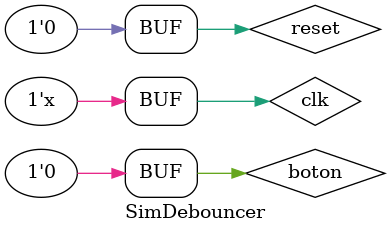
<source format=sv>
`timescale 1ns / 1ps


module SimDebouncer();
    logic clk ;
    logic boton ;
    logic reset ;
    logic stableSignal ; 

    //Simular en 12 us par que se vean ajustadas las senales 

    Main SimDBNC(
        .CLK100MHZ(clk),
        .BTNC(boton),
        .BTNU(reset),
        .stableSignal(stableSignal)
    );
    always #5 clk = ~clk ;

    initial begin
        
        clk = 0;                                
        reset = 1;
        #10
        reset = 0;
        boton = 0;
        #15
        boton = 1;
        #1
        boton = 0;
        #1
        boton = 1;
        #1
        boton = 0;
        #1
        boton = 1;
        #1
        boton = 0;
        #1
        boton = 1;
        #1
        boton = 0;
        #1
        boton = 1;
        #10500
        boton = 0;
    end

endmodule

</source>
